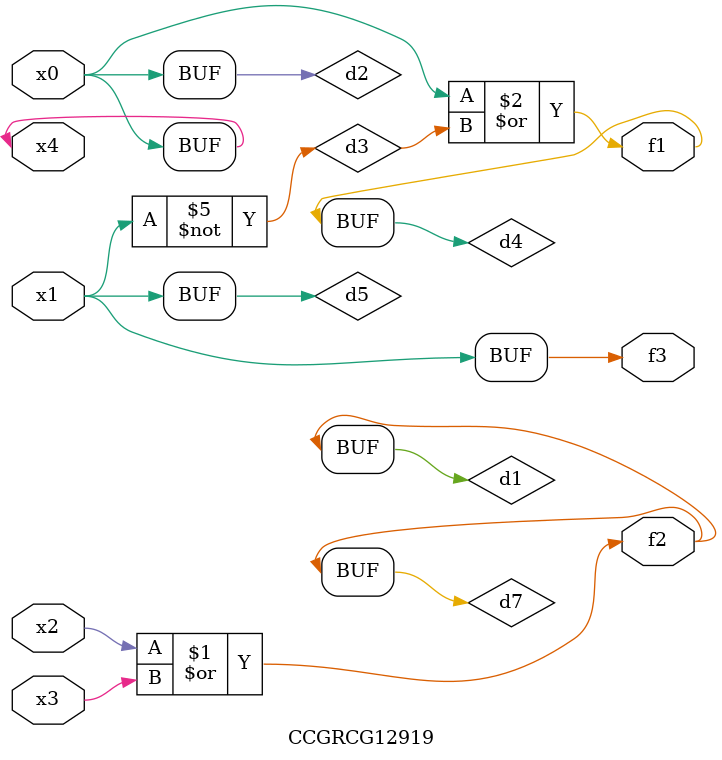
<source format=v>
module CCGRCG12919(
	input x0, x1, x2, x3, x4,
	output f1, f2, f3
);

	wire d1, d2, d3, d4, d5, d6, d7;

	or (d1, x2, x3);
	buf (d2, x0, x4);
	not (d3, x1);
	or (d4, d2, d3);
	not (d5, d3);
	nand (d6, d1, d3);
	or (d7, d1);
	assign f1 = d4;
	assign f2 = d7;
	assign f3 = d5;
endmodule

</source>
